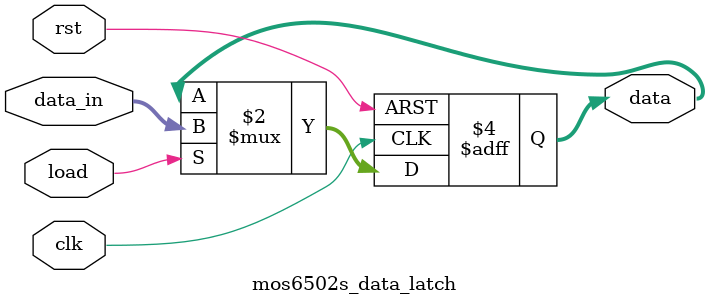
<source format=v>
module mos6502s_data_latch (
  input        clk,
  input        rst,
  input        load,
  input  [7:0] data_in,
  output reg [7:0] data
);

  always @(posedge clk or posedge rst) begin
    if (rst) begin
      data <= 8'h00;
    end else if (load) begin
      data <= data_in;
    end
  end

endmodule

</source>
